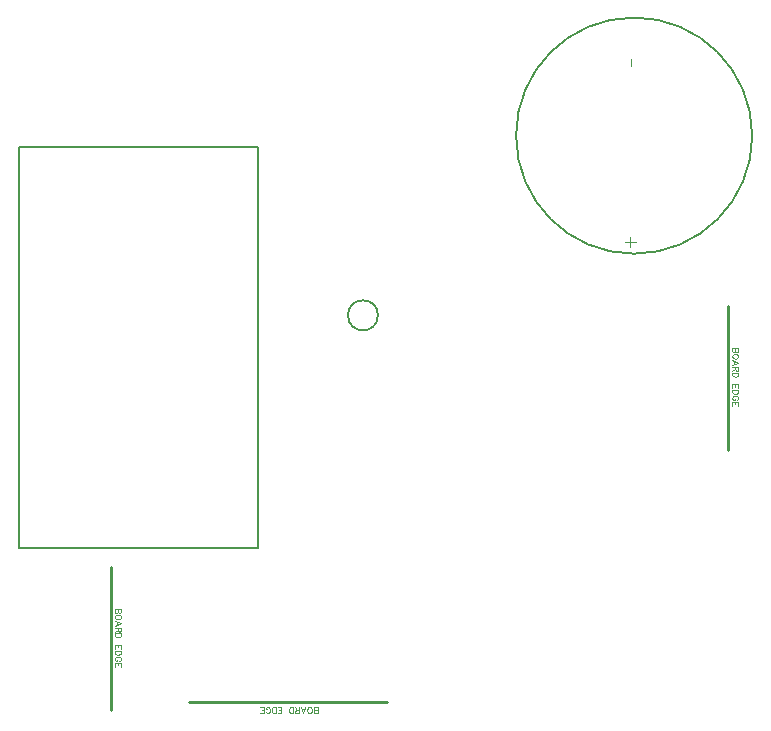
<source format=gbr>
G04 DipTrace 3.3.1.1*
G04 TopAssy.gbr*
%MOIN*%
G04 #@! TF.FileFunction,Drawing,Top*
G04 #@! TF.Part,Single*
%ADD10C,0.009843*%
%ADD17C,0.008*%
%ADD19C,0.005*%
%ADD82C,0.004*%
%ADD83C,0.003088*%
%FSLAX26Y26*%
G04*
G70*
G90*
G75*
G01*
G04 TopAssy*
%LPD*%
X1600013Y1977953D2*
D17*
G02X1600013Y1977953I49987J0D01*
G01*
X2160261Y2576786D2*
D19*
G02X2160261Y2576786I393672J0D01*
G01*
X809845Y1139370D2*
D10*
Y660630D1*
X2867705Y2008430D2*
Y1529690D1*
X1299213Y2540551D2*
D19*
Y1201969D1*
X503937D1*
Y2540551D1*
X1299213D1*
X1729134Y690161D2*
D10*
X1070866D1*
X2559098Y2223358D2*
D82*
X2524654D1*
X2541854Y2240558D2*
Y2206114D1*
X2541876Y2831140D2*
Y2809032D1*
X843217Y999422D2*
D83*
X823121D1*
X823120Y990800D1*
X824093Y987926D1*
X825044Y986976D1*
X826945Y986025D1*
X829819D1*
X831743Y986976D1*
X832693Y987926D1*
X833644Y990800D1*
X834617Y987926D1*
X835567Y986976D1*
X837468Y986025D1*
X839392D1*
X841293Y986976D1*
X842266Y987926D1*
X843216Y990800D1*
X843217Y999422D1*
X833644D2*
Y990800D1*
X843216Y974101D2*
X842266Y976025D1*
X840342Y977926D1*
X838441Y978899D1*
X835567Y979849D1*
X830770D1*
X827918Y978899D1*
X825994Y977926D1*
X824093Y976025D1*
X823120Y974101D1*
Y970277D1*
X824093Y968375D1*
X825994Y966452D1*
X827918Y965501D1*
X830770Y964551D1*
X835567D1*
X838441Y965501D1*
X840342Y966452D1*
X842266Y968375D1*
X843216Y970277D1*
Y974101D1*
X823121Y943054D2*
X843216Y950726D1*
X823120Y958375D1*
X829819Y955501D2*
Y945928D1*
X833644Y936879D2*
Y928279D1*
X834617Y925405D1*
X835567Y924432D1*
X837468Y923481D1*
X839392D1*
X841293Y924432D1*
X842266Y925405D1*
X843216Y928279D1*
Y936879D1*
X823121D1*
X833644Y930180D2*
X823121Y923481D1*
X843216Y917306D2*
X823121D1*
Y910607D1*
X824093Y907733D1*
X825995Y905810D1*
X827918Y904859D1*
X830770Y903908D1*
X835567D1*
X838441Y904859D1*
X840342Y905810D1*
X842266Y907733D1*
X843216Y910607D1*
Y917306D1*
Y865868D2*
Y878292D1*
X823121D1*
Y865868D1*
X833644Y878292D2*
Y870643D1*
X843216Y859692D2*
X823121D1*
Y852993D1*
X824093Y850119D1*
X825995Y848196D1*
X827918Y847245D1*
X830770Y846295D1*
X835567D1*
X838441Y847245D1*
X840342Y848196D1*
X842266Y850119D1*
X843216Y852993D1*
Y859692D1*
X838441Y825771D2*
X840342Y826722D1*
X842266Y828645D1*
X843217Y830546D1*
Y834371D1*
X842266Y836294D1*
X840342Y838195D1*
X838441Y839168D1*
X835567Y840119D1*
X830770D1*
X827918Y839168D1*
X825995Y838195D1*
X824093Y836294D1*
X823121Y834371D1*
Y830546D1*
X824093Y828645D1*
X825995Y826722D1*
X827918Y825771D1*
X830770D1*
Y830546D1*
X843217Y807171D2*
Y819595D1*
X823121D1*
Y807171D1*
X833644Y819595D2*
Y811946D1*
X2901076Y1868483D2*
X2880980D1*
Y1859861D1*
X2881953Y1856987D1*
X2882903Y1856036D1*
X2884805Y1855085D1*
X2887679D1*
X2889602Y1856036D1*
X2890553Y1856987D1*
X2891503Y1859861D1*
X2892476Y1856987D1*
X2893427Y1856036D1*
X2895328Y1855085D1*
X2897251D1*
X2899153Y1856036D1*
X2900125Y1856987D1*
X2901076Y1859861D1*
Y1868483D1*
X2891503D2*
Y1859861D1*
X2901076Y1843162D2*
X2900125Y1845085D1*
X2898202Y1846986D1*
X2896301Y1847959D1*
X2893427Y1848910D1*
X2888629D1*
X2885777Y1847959D1*
X2883854Y1846986D1*
X2881953Y1845085D1*
X2880980Y1843162D1*
Y1839337D1*
X2881953Y1837436D1*
X2883854Y1835512D1*
X2885777Y1834562D1*
X2888629Y1833611D1*
X2893427D1*
X2896301Y1834562D1*
X2898202Y1835512D1*
X2900125Y1837436D1*
X2901076Y1839337D1*
Y1843162D1*
X2880980Y1812115D2*
X2901076Y1819786D1*
X2880980Y1827435D1*
X2887679Y1824561D2*
Y1814989D1*
X2891503Y1805939D2*
Y1797339D1*
X2892476Y1794465D1*
X2893427Y1793492D1*
X2895328Y1792542D1*
X2897251D1*
X2899153Y1793492D1*
X2900125Y1794465D1*
X2901076Y1797339D1*
Y1805939D1*
X2880980D1*
X2891503Y1799240D2*
X2880980Y1792542D1*
X2901076Y1786366D2*
X2880980D1*
Y1779667D1*
X2881953Y1776793D1*
X2883854Y1774870D1*
X2885777Y1773919D1*
X2888629Y1772969D1*
X2893427D1*
X2896301Y1773919D1*
X2898202Y1774870D1*
X2900125Y1776793D1*
X2901076Y1779667D1*
Y1786366D1*
Y1734928D2*
Y1747353D1*
X2880980D1*
Y1734928D1*
X2891503Y1747353D2*
Y1739703D1*
X2901076Y1728752D2*
X2880980D1*
Y1722054D1*
X2881953Y1719180D1*
X2883854Y1717256D1*
X2885777Y1716306D1*
X2888629Y1715355D1*
X2893427D1*
X2896301Y1716306D1*
X2898202Y1717256D1*
X2900125Y1719180D1*
X2901076Y1722054D1*
Y1728752D1*
X2896301Y1694831D2*
X2898202Y1695782D1*
X2900125Y1697705D1*
X2901076Y1699607D1*
Y1703431D1*
X2900125Y1705355D1*
X2898202Y1707256D1*
X2896301Y1708229D1*
X2893427Y1709179D1*
X2888629D1*
X2885777Y1708229D1*
X2883854Y1707256D1*
X2881953Y1705355D1*
X2880980Y1703431D1*
Y1699607D1*
X2881953Y1697705D1*
X2883854Y1695782D1*
X2885777Y1694831D1*
X2888629D1*
Y1699607D1*
X2901076Y1676231D2*
Y1688656D1*
X2880980D1*
Y1676231D1*
X2891503Y1688656D2*
Y1681006D1*
X1499434Y651862D2*
Y671958D1*
X1490812D1*
X1487938Y670986D1*
X1486988Y670035D1*
X1486037Y668134D1*
Y665260D1*
X1486988Y663336D1*
X1487938Y662386D1*
X1490812Y661435D1*
X1487938Y660462D1*
X1486988Y659512D1*
X1486037Y657610D1*
Y655687D1*
X1486988Y653786D1*
X1487938Y652813D1*
X1490812Y651862D1*
X1499434D1*
Y661435D2*
X1490812D1*
X1474113Y651862D2*
X1476037Y652813D1*
X1477938Y654736D1*
X1478911Y656638D1*
X1479861Y659512D1*
Y664309D1*
X1478911Y667161D1*
X1477938Y669084D1*
X1476037Y670986D1*
X1474113Y671958D1*
X1470289D1*
X1468387Y670986D1*
X1466464Y669084D1*
X1465513Y667161D1*
X1464563Y664309D1*
Y659512D1*
X1465513Y656638D1*
X1466464Y654736D1*
X1468387Y652813D1*
X1470289Y651862D1*
X1474113D1*
X1443066Y671958D2*
X1450738Y651862D1*
X1458387Y671958D1*
X1455513Y665260D2*
X1445940D1*
X1436891Y661435D2*
X1428291D1*
X1425417Y660462D1*
X1424444Y659512D1*
X1423493Y657610D1*
Y655687D1*
X1424444Y653786D1*
X1425417Y652813D1*
X1428291Y651862D1*
X1436891D1*
Y671958D1*
X1430192Y661435D2*
X1423493Y671958D1*
X1417318Y651862D2*
Y671958D1*
X1410619D1*
X1407745Y670985D1*
X1405821Y669084D1*
X1404871Y667161D1*
X1403920Y664309D1*
Y659512D1*
X1404871Y656638D1*
X1405821Y654736D1*
X1407745Y652813D1*
X1410619Y651862D1*
X1417318D1*
X1365880D2*
X1378304D1*
Y671958D1*
X1365880D1*
X1378304Y661435D2*
X1370655D1*
X1359704Y651862D2*
Y671958D1*
X1353005D1*
X1350131Y670985D1*
X1348208Y669084D1*
X1347257Y667161D1*
X1346307Y664309D1*
Y659512D1*
X1347257Y656638D1*
X1348208Y654736D1*
X1350131Y652813D1*
X1353005Y651862D1*
X1359704D1*
X1325783Y656638D2*
X1326733Y654736D1*
X1328657Y652813D1*
X1330558Y651862D1*
X1334383D1*
X1336306Y652813D1*
X1338207Y654736D1*
X1339180Y656638D1*
X1340131Y659512D1*
Y664309D1*
X1339180Y667161D1*
X1338207Y669084D1*
X1336306Y670985D1*
X1334383Y671958D1*
X1330558D1*
X1328657Y670985D1*
X1326733Y669084D1*
X1325783Y667161D1*
Y664309D1*
X1330558D1*
X1307183Y651862D2*
X1319607D1*
Y671958D1*
X1307183D1*
X1319607Y661435D2*
X1311958D1*
M02*

</source>
